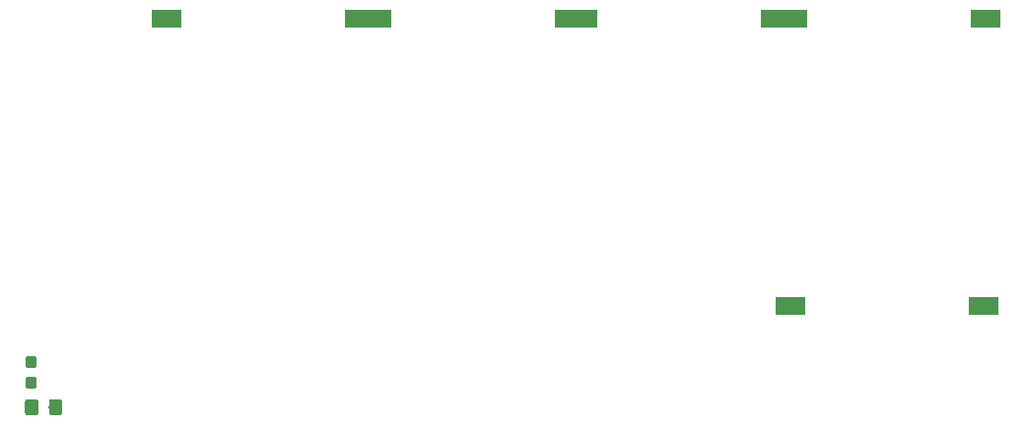
<source format=gtp>
G04 #@! TF.GenerationSoftware,KiCad,Pcbnew,(5.0.0)*
G04 #@! TF.CreationDate,2018-08-14T00:58:00+01:00*
G04 #@! TF.ProjectId,distboard,64697374626F6172642E6B696361645F,rev?*
G04 #@! TF.SameCoordinates,Original*
G04 #@! TF.FileFunction,Paste,Top*
G04 #@! TF.FilePolarity,Positive*
%FSLAX46Y46*%
G04 Gerber Fmt 4.6, Leading zero omitted, Abs format (unit mm)*
G04 Created by KiCad (PCBNEW (5.0.0)) date 08/14/18 00:58:00*
%MOMM*%
%LPD*%
G01*
G04 APERTURE LIST*
%ADD10R,2.540000X1.524000*%
%ADD11C,0.100000*%
%ADD12C,1.150000*%
%ADD13C,0.950000*%
G04 APERTURE END LIST*
D10*
G04 #@! TO.C,J4*
X104634000Y-42298000D03*
X121239000Y-42298000D03*
G04 #@! TD*
G04 #@! TO.C,J5*
X174866000Y-66952000D03*
X158261000Y-66952000D03*
G04 #@! TD*
G04 #@! TO.C,J6*
X139239000Y-42298000D03*
X122634000Y-42298000D03*
G04 #@! TD*
G04 #@! TO.C,J7*
X140384000Y-42298000D03*
X156989000Y-42298000D03*
G04 #@! TD*
G04 #@! TO.C,J8*
X174989000Y-42298000D03*
X158384000Y-42298000D03*
G04 #@! TD*
D11*
G04 #@! TO.C,D2*
G36*
X93399505Y-75001204D02*
X93423773Y-75004804D01*
X93447572Y-75010765D01*
X93470671Y-75019030D01*
X93492850Y-75029520D01*
X93513893Y-75042132D01*
X93533599Y-75056747D01*
X93551777Y-75073223D01*
X93568253Y-75091401D01*
X93582868Y-75111107D01*
X93595480Y-75132150D01*
X93605970Y-75154329D01*
X93614235Y-75177428D01*
X93620196Y-75201227D01*
X93623796Y-75225495D01*
X93625000Y-75249999D01*
X93625000Y-76150001D01*
X93623796Y-76174505D01*
X93620196Y-76198773D01*
X93614235Y-76222572D01*
X93605970Y-76245671D01*
X93595480Y-76267850D01*
X93582868Y-76288893D01*
X93568253Y-76308599D01*
X93551777Y-76326777D01*
X93533599Y-76343253D01*
X93513893Y-76357868D01*
X93492850Y-76370480D01*
X93470671Y-76380970D01*
X93447572Y-76389235D01*
X93423773Y-76395196D01*
X93399505Y-76398796D01*
X93375001Y-76400000D01*
X92724999Y-76400000D01*
X92700495Y-76398796D01*
X92676227Y-76395196D01*
X92652428Y-76389235D01*
X92629329Y-76380970D01*
X92607150Y-76370480D01*
X92586107Y-76357868D01*
X92566401Y-76343253D01*
X92548223Y-76326777D01*
X92531747Y-76308599D01*
X92517132Y-76288893D01*
X92504520Y-76267850D01*
X92494030Y-76245671D01*
X92485765Y-76222572D01*
X92479804Y-76198773D01*
X92476204Y-76174505D01*
X92475000Y-76150001D01*
X92475000Y-75249999D01*
X92476204Y-75225495D01*
X92479804Y-75201227D01*
X92485765Y-75177428D01*
X92494030Y-75154329D01*
X92504520Y-75132150D01*
X92517132Y-75111107D01*
X92531747Y-75091401D01*
X92548223Y-75073223D01*
X92566401Y-75056747D01*
X92586107Y-75042132D01*
X92607150Y-75029520D01*
X92629329Y-75019030D01*
X92652428Y-75010765D01*
X92676227Y-75004804D01*
X92700495Y-75001204D01*
X92724999Y-75000000D01*
X93375001Y-75000000D01*
X93399505Y-75001204D01*
X93399505Y-75001204D01*
G37*
D12*
X93050000Y-75700000D03*
D11*
G36*
X95449505Y-75001204D02*
X95473773Y-75004804D01*
X95497572Y-75010765D01*
X95520671Y-75019030D01*
X95542850Y-75029520D01*
X95563893Y-75042132D01*
X95583599Y-75056747D01*
X95601777Y-75073223D01*
X95618253Y-75091401D01*
X95632868Y-75111107D01*
X95645480Y-75132150D01*
X95655970Y-75154329D01*
X95664235Y-75177428D01*
X95670196Y-75201227D01*
X95673796Y-75225495D01*
X95675000Y-75249999D01*
X95675000Y-76150001D01*
X95673796Y-76174505D01*
X95670196Y-76198773D01*
X95664235Y-76222572D01*
X95655970Y-76245671D01*
X95645480Y-76267850D01*
X95632868Y-76288893D01*
X95618253Y-76308599D01*
X95601777Y-76326777D01*
X95583599Y-76343253D01*
X95563893Y-76357868D01*
X95542850Y-76370480D01*
X95520671Y-76380970D01*
X95497572Y-76389235D01*
X95473773Y-76395196D01*
X95449505Y-76398796D01*
X95425001Y-76400000D01*
X94774999Y-76400000D01*
X94750495Y-76398796D01*
X94726227Y-76395196D01*
X94702428Y-76389235D01*
X94679329Y-76380970D01*
X94657150Y-76370480D01*
X94636107Y-76357868D01*
X94616401Y-76343253D01*
X94598223Y-76326777D01*
X94581747Y-76308599D01*
X94567132Y-76288893D01*
X94554520Y-76267850D01*
X94544030Y-76245671D01*
X94535765Y-76222572D01*
X94529804Y-76198773D01*
X94526204Y-76174505D01*
X94525000Y-76150001D01*
X94525000Y-75249999D01*
X94526204Y-75225495D01*
X94529804Y-75201227D01*
X94535765Y-75177428D01*
X94544030Y-75154329D01*
X94554520Y-75132150D01*
X94567132Y-75111107D01*
X94581747Y-75091401D01*
X94598223Y-75073223D01*
X94616401Y-75056747D01*
X94636107Y-75042132D01*
X94657150Y-75029520D01*
X94679329Y-75019030D01*
X94702428Y-75010765D01*
X94726227Y-75004804D01*
X94750495Y-75001204D01*
X94774999Y-75000000D01*
X95425001Y-75000000D01*
X95449505Y-75001204D01*
X95449505Y-75001204D01*
G37*
D12*
X95100000Y-75700000D03*
G04 #@! TD*
D11*
G04 #@! TO.C,R1*
G36*
X93260779Y-73051144D02*
X93283834Y-73054563D01*
X93306443Y-73060227D01*
X93328387Y-73068079D01*
X93349457Y-73078044D01*
X93369448Y-73090026D01*
X93388168Y-73103910D01*
X93405438Y-73119562D01*
X93421090Y-73136832D01*
X93434974Y-73155552D01*
X93446956Y-73175543D01*
X93456921Y-73196613D01*
X93464773Y-73218557D01*
X93470437Y-73241166D01*
X93473856Y-73264221D01*
X93475000Y-73287500D01*
X93475000Y-73862500D01*
X93473856Y-73885779D01*
X93470437Y-73908834D01*
X93464773Y-73931443D01*
X93456921Y-73953387D01*
X93446956Y-73974457D01*
X93434974Y-73994448D01*
X93421090Y-74013168D01*
X93405438Y-74030438D01*
X93388168Y-74046090D01*
X93369448Y-74059974D01*
X93349457Y-74071956D01*
X93328387Y-74081921D01*
X93306443Y-74089773D01*
X93283834Y-74095437D01*
X93260779Y-74098856D01*
X93237500Y-74100000D01*
X92762500Y-74100000D01*
X92739221Y-74098856D01*
X92716166Y-74095437D01*
X92693557Y-74089773D01*
X92671613Y-74081921D01*
X92650543Y-74071956D01*
X92630552Y-74059974D01*
X92611832Y-74046090D01*
X92594562Y-74030438D01*
X92578910Y-74013168D01*
X92565026Y-73994448D01*
X92553044Y-73974457D01*
X92543079Y-73953387D01*
X92535227Y-73931443D01*
X92529563Y-73908834D01*
X92526144Y-73885779D01*
X92525000Y-73862500D01*
X92525000Y-73287500D01*
X92526144Y-73264221D01*
X92529563Y-73241166D01*
X92535227Y-73218557D01*
X92543079Y-73196613D01*
X92553044Y-73175543D01*
X92565026Y-73155552D01*
X92578910Y-73136832D01*
X92594562Y-73119562D01*
X92611832Y-73103910D01*
X92630552Y-73090026D01*
X92650543Y-73078044D01*
X92671613Y-73068079D01*
X92693557Y-73060227D01*
X92716166Y-73054563D01*
X92739221Y-73051144D01*
X92762500Y-73050000D01*
X93237500Y-73050000D01*
X93260779Y-73051144D01*
X93260779Y-73051144D01*
G37*
D13*
X93000000Y-73575000D03*
D11*
G36*
X93260779Y-71301144D02*
X93283834Y-71304563D01*
X93306443Y-71310227D01*
X93328387Y-71318079D01*
X93349457Y-71328044D01*
X93369448Y-71340026D01*
X93388168Y-71353910D01*
X93405438Y-71369562D01*
X93421090Y-71386832D01*
X93434974Y-71405552D01*
X93446956Y-71425543D01*
X93456921Y-71446613D01*
X93464773Y-71468557D01*
X93470437Y-71491166D01*
X93473856Y-71514221D01*
X93475000Y-71537500D01*
X93475000Y-72112500D01*
X93473856Y-72135779D01*
X93470437Y-72158834D01*
X93464773Y-72181443D01*
X93456921Y-72203387D01*
X93446956Y-72224457D01*
X93434974Y-72244448D01*
X93421090Y-72263168D01*
X93405438Y-72280438D01*
X93388168Y-72296090D01*
X93369448Y-72309974D01*
X93349457Y-72321956D01*
X93328387Y-72331921D01*
X93306443Y-72339773D01*
X93283834Y-72345437D01*
X93260779Y-72348856D01*
X93237500Y-72350000D01*
X92762500Y-72350000D01*
X92739221Y-72348856D01*
X92716166Y-72345437D01*
X92693557Y-72339773D01*
X92671613Y-72331921D01*
X92650543Y-72321956D01*
X92630552Y-72309974D01*
X92611832Y-72296090D01*
X92594562Y-72280438D01*
X92578910Y-72263168D01*
X92565026Y-72244448D01*
X92553044Y-72224457D01*
X92543079Y-72203387D01*
X92535227Y-72181443D01*
X92529563Y-72158834D01*
X92526144Y-72135779D01*
X92525000Y-72112500D01*
X92525000Y-71537500D01*
X92526144Y-71514221D01*
X92529563Y-71491166D01*
X92535227Y-71468557D01*
X92543079Y-71446613D01*
X92553044Y-71425543D01*
X92565026Y-71405552D01*
X92578910Y-71386832D01*
X92594562Y-71369562D01*
X92611832Y-71353910D01*
X92630552Y-71340026D01*
X92650543Y-71328044D01*
X92671613Y-71318079D01*
X92693557Y-71310227D01*
X92716166Y-71304563D01*
X92739221Y-71301144D01*
X92762500Y-71300000D01*
X93237500Y-71300000D01*
X93260779Y-71301144D01*
X93260779Y-71301144D01*
G37*
D13*
X93000000Y-71825000D03*
G04 #@! TD*
M02*

</source>
